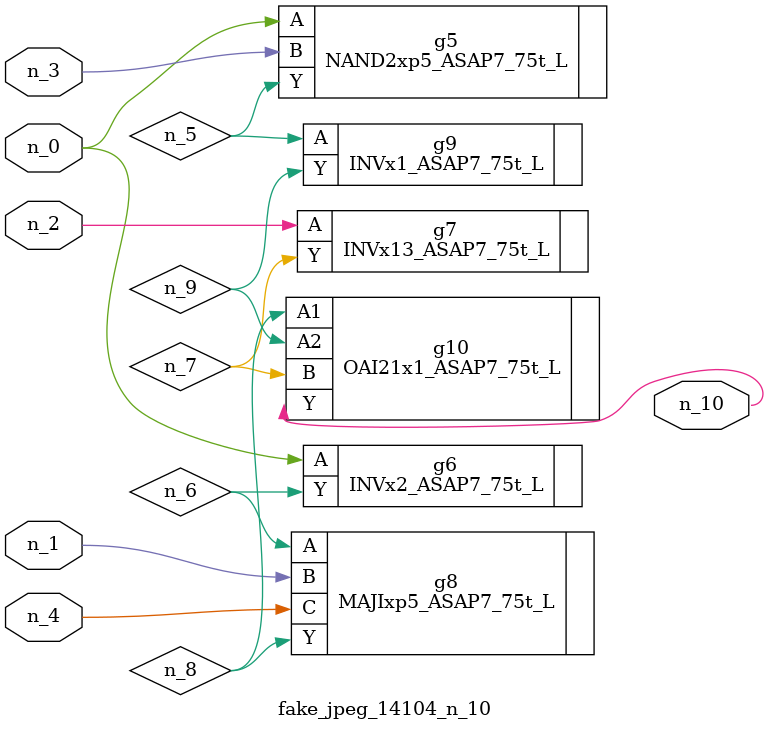
<source format=v>
module fake_jpeg_14104_n_10 (n_3, n_2, n_1, n_0, n_4, n_10);

input n_3;
input n_2;
input n_1;
input n_0;
input n_4;

output n_10;

wire n_8;
wire n_9;
wire n_6;
wire n_5;
wire n_7;

NAND2xp5_ASAP7_75t_L g5 ( 
.A(n_0),
.B(n_3),
.Y(n_5)
);

INVx2_ASAP7_75t_L g6 ( 
.A(n_0),
.Y(n_6)
);

INVx13_ASAP7_75t_L g7 ( 
.A(n_2),
.Y(n_7)
);

MAJIxp5_ASAP7_75t_L g8 ( 
.A(n_6),
.B(n_1),
.C(n_4),
.Y(n_8)
);

OAI21x1_ASAP7_75t_L g10 ( 
.A1(n_8),
.A2(n_9),
.B(n_7),
.Y(n_10)
);

INVx1_ASAP7_75t_L g9 ( 
.A(n_5),
.Y(n_9)
);


endmodule
</source>
